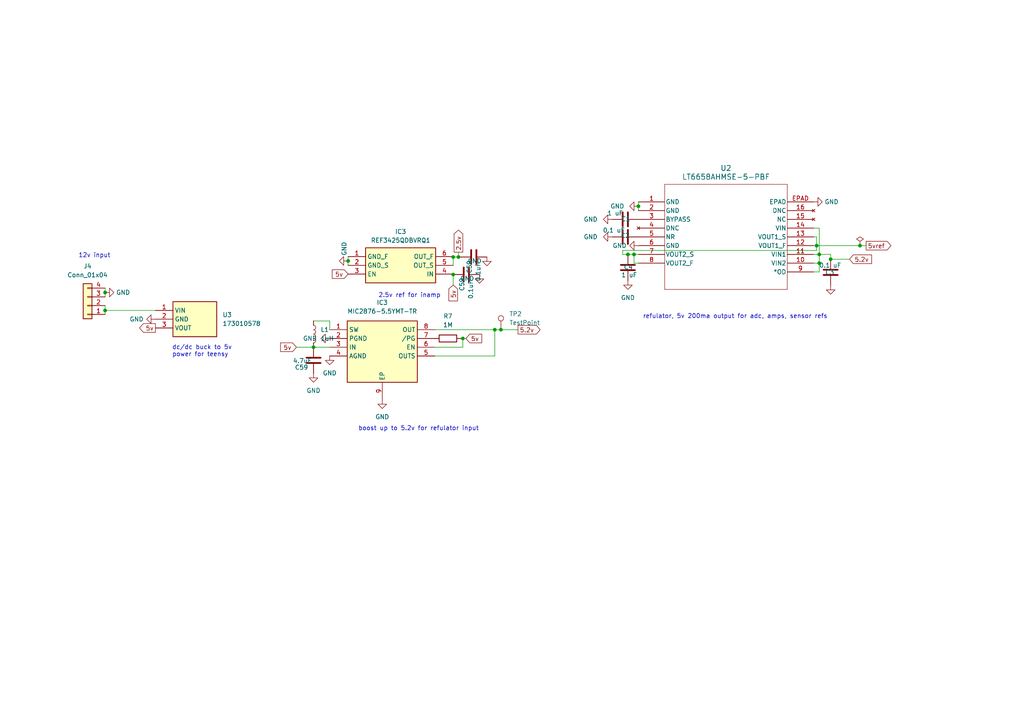
<source format=kicad_sch>
(kicad_sch (version 20230121) (generator eeschema)
  (paper "A4")
  (lib_symbols
    (symbol "Connector:TestPoint" (pin_numbers hide) (pin_names (offset 0.762) hide)
      (property "Reference" "TP" (at 0 6.858 0))
      (property "Value" "TestPoint" (at 0 5.08 0))
      (symbol "TestPoint_0_1"
        (circle (center 0 3.302) (radius 0.762))
      )
      (symbol "TestPoint_1_1"
        (pin passive line (at 0 0 90) (length 2.54) (name "1") (number "1"))
      )
    )
    (symbol "Connector_Generic:Conn_01x04" (pin_names (offset 1.016) hide)
      (property "Reference" "J" (at 0 5.08 0))
      (property "Value" "Conn_01x04" (at 0 -7.62 0))
      (symbol "Conn_01x04_1_1"
        (rectangle (start -1.27 -4.953) (end 0 -5.207) (stroke (width 0.1524)))
        (rectangle (start -1.27 -2.413) (end 0 -2.667) (stroke (width 0.1524)))
        (rectangle (start -1.27 0.127) (end 0 -0.127) (stroke (width 0.1524)))
        (rectangle (start -1.27 2.667) (end 0 2.413) (stroke (width 0.1524)))
        (rectangle (start -1.27 3.81) (end 1.27 -6.35) (stroke (width 0.254)) (fill (type background)))
        (pin passive line (at -5.08 2.54 0) (length 3.81) (name "Pin_1") (number "1"))
        (pin passive line (at -5.08 0 0) (length 3.81) (name "Pin_2") (number "2"))
        (pin passive line (at -5.08 -2.54 0) (length 3.81) (name "Pin_3") (number "3"))
        (pin passive line (at -5.08 -5.08 0) (length 3.81) (name "Pin_4") (number "4"))
      )
    )
    (symbol "Device:C" (pin_numbers hide) (pin_names (offset 0.254))
      (property "Reference" "C" (at 0.635 2.54 0))
      (property "Value" "C" (at 0.635 -2.54 0))
      (symbol "C_0_1"
        (polyline (pts (xy -2.032 -0.762) (xy 2.032 -0.762)) (stroke (width 0.508)))
        (polyline (pts (xy -2.032 0.762) (xy 2.032 0.762)) (stroke (width 0.508)))
      )
      (symbol "C_1_1"
        (pin passive line (at 0 3.81 270) (length 2.794) (name "~") (number "1"))
        (pin passive line (at 0 -3.81 90) (length 2.794) (name "~") (number "2"))
      )
    )
    (symbol "Device:L" (pin_numbers hide) (pin_names (offset 1.016) hide)
      (property "Reference" "L" (at -1.27 0 90))
      (property "Value" "L" (at 1.905 0 90))
      (symbol "L_0_1"
        (arc (start 0 -2.54) (mid 0.6323 -1.905) (end 0 -1.27))
        (arc (start 0 -1.27) (mid 0.6323 -0.635) (end 0 0))
        (arc (start 0 0) (mid 0.6323 0.635) (end 0 1.27))
        (arc (start 0 1.27) (mid 0.6323 1.905) (end 0 2.54))
      )
      (symbol "L_1_1"
        (pin passive line (at 0 3.81 270) (length 1.27) (name "1") (number "1"))
        (pin passive line (at 0 -3.81 90) (length 1.27) (name "2") (number "2"))
      )
    )
    (symbol "Device:R" (pin_numbers hide) (pin_names (offset 0))
      (property "Reference" "R" (at 2.032 0 90))
      (property "Value" "R" (at 0 0 90))
      (symbol "R_0_1"
        (rectangle (start -1.016 -2.54) (end 1.016 2.54) (stroke (width 0.254)))
      )
      (symbol "R_1_1"
        (pin passive line (at 0 3.81 270) (length 1.27) (name "~") (number "1"))
        (pin passive line (at 0 -3.81 90) (length 1.27) (name "~") (number "2"))
      )
    )
    (symbol "mainbox:173010578"
      (property "Reference" "U" (at 19.05 7.62 0))
      (property "Value" "173010578" (at 19.05 5.08 0))
      (symbol "173010578_1_1"
        (rectangle (start 5.08 2.54) (end 17.78 -7.62) (stroke (width 0.254)) (fill (type background)))
        (pin passive line (at 0 0 0) (length 5.08) (name "VIN") (number "1"))
        (pin passive line (at 0 -2.54 0) (length 5.08) (name "GND") (number "2"))
        (pin passive line (at 0 -5.08 0) (length 5.08) (name "VOUT") (number "3"))
      )
    )
    (symbol "mainbox:LT6658AHMSE-5-PBF" (pin_names (offset 0.254))
      (property "Reference" "U" (at 25.4 10.16 0))
      (property "Value" "LT6658AHMSE-5-PBF" (at 25.4 7.62 0))
      (symbol "LT6658AHMSE-5-PBF_0_1"
        (polyline (pts (xy 7.62 -25.4) (xy 43.18 -25.4)) (stroke (width 0.127)))
        (polyline (pts (xy 7.62 5.08) (xy 7.62 -25.4)) (stroke (width 0.127)))
        (polyline (pts (xy 43.18 -25.4) (xy 43.18 5.08)) (stroke (width 0.127)))
        (polyline (pts (xy 43.18 5.08) (xy 7.62 5.08)) (stroke (width 0.127)))
        (pin power_in line (at 0 0 0) (length 7.62) (name "GND") (number "1"))
        (pin input line (at 50.8 -17.78 180) (length 7.62) (name "VIN2") (number "10"))
        (pin input line (at 50.8 -15.24 180) (length 7.62) (name "VIN1") (number "11"))
        (pin output line (at 50.8 -12.7 180) (length 7.62) (name "VOUT1_F") (number "12"))
        (pin output line (at 50.8 -10.16 180) (length 7.62) (name "VOUT1_S") (number "13"))
        (pin input line (at 50.8 -7.62 180) (length 7.62) (name "VIN") (number "14"))
        (pin no_connect line (at 50.8 -5.08 180) (length 7.62) (name "NC") (number "15"))
        (pin no_connect line (at 50.8 -2.54 180) (length 7.62) (name "DNC") (number "16"))
        (pin power_in line (at 0 -2.54 0) (length 7.62) (name "GND") (number "2"))
        (pin unspecified line (at 0 -5.08 0) (length 7.62) (name "BYPASS") (number "3"))
        (pin no_connect line (at 0 -7.62 0) (length 7.62) (name "DNC") (number "4"))
        (pin unspecified line (at 0 -10.16 0) (length 7.62) (name "NR") (number "5"))
        (pin power_in line (at 0 -12.7 0) (length 7.62) (name "GND") (number "6"))
        (pin output line (at 0 -15.24 0) (length 7.62) (name "VOUT2_S") (number "7"))
        (pin output line (at 0 -17.78 0) (length 7.62) (name "VOUT2_F") (number "8"))
        (pin output line (at 50.8 -20.32 180) (length 7.62) (name "*OD") (number "9"))
        (pin unspecified line (at 50.8 0 180) (length 7.62) (name "EPAD") (number "EPAD"))
      )
    )
    (symbol "mainbox:MIC2876-5.5YMT-TR"
      (property "Reference" "IC" (at 26.67 7.62 0))
      (property "Value" "MIC2876-5.5YMT-TR" (at 26.67 5.08 0))
      (symbol "MIC2876-5.5YMT-TR_1_1"
        (rectangle (start 5.08 2.54) (end 25.4 -15.24) (stroke (width 0.254)) (fill (type background)))
        (pin passive line (at 0 0 0) (length 5.08) (name "SW") (number "1"))
        (pin passive line (at 0 -2.54 0) (length 5.08) (name "PGND") (number "2"))
        (pin passive line (at 0 -5.08 0) (length 5.08) (name "IN") (number "3"))
        (pin passive line (at 0 -7.62 0) (length 5.08) (name "AGND") (number "4"))
        (pin passive line (at 30.48 -7.62 180) (length 5.08) (name "OUTS") (number "5"))
        (pin passive line (at 30.48 -5.08 180) (length 5.08) (name "EN") (number "6"))
        (pin passive line (at 30.48 -2.54 180) (length 5.08) (name "/PG") (number "7"))
        (pin passive line (at 30.48 0 180) (length 5.08) (name "OUT") (number "8"))
        (pin passive line (at 15.24 -20.32 90) (length 5.08) (name "EP") (number "9"))
      )
    )
    (symbol "mainbox:REF3425QDBVRQ1"
      (property "Reference" "IC" (at 26.67 7.62 0))
      (property "Value" "REF3425QDBVRQ1" (at 26.67 5.08 0))
      (symbol "REF3425QDBVRQ1_1_1"
        (rectangle (start 5.08 2.54) (end 25.4 -7.62) (stroke (width 0.254)) (fill (type background)))
        (pin passive line (at 0 0 0) (length 5.08) (name "GND_F") (number "1"))
        (pin passive line (at 0 -2.54 0) (length 5.08) (name "GND_S") (number "2"))
        (pin passive line (at 0 -5.08 0) (length 5.08) (name "EN") (number "3"))
        (pin passive line (at 30.48 -5.08 180) (length 5.08) (name "IN") (number "4"))
        (pin passive line (at 30.48 -2.54 180) (length 5.08) (name "OUT_S") (number "5"))
        (pin passive line (at 30.48 0 180) (length 5.08) (name "OUT_F") (number "6"))
      )
    )
    (symbol "power:GND" (power) (pin_names (offset 0))
      (property "Value" "GND" (at 0 -3.81 0))
      (symbol "GND_0_1"
        (polyline (pts (xy 0 0) (xy 0 -1.27) (xy 1.27 -1.27) (xy 0 -2.54) (xy -1.27 -1.27) (xy 0 -1.27)))
      )
      (symbol "GND_1_1"
        (pin power_in line (at 0 0 270) (length 0) hide (name "GND") (number "1"))
      )
    )
    (symbol "power:PWR_FLAG" (power) (pin_numbers hide) (pin_names (offset 0) hide)
      (property "Value" "PWR_FLAG" (at 0 3.81 0))
      (symbol "PWR_FLAG_0_0"
        (pin power_out line (at 0 0 90) (length 0) (name "pwr") (number "1"))
      )
      (symbol "PWR_FLAG_0_1"
        (polyline (pts (xy 0 0) (xy 0 1.27) (xy -1.016 1.905) (xy 0 2.54) (xy 1.016 1.905) (xy 0 1.27)))
      )
    )
  )
  (junction (at 145.288 95.631))
  (junction (at 134.239 98.171))
  (junction (at 90.932 100.711))
  (junction (at 131.445 74.549))
  (junction (at 237.617 76.327))
  (junction (at 100.965 75.692))
  (junction (at 131.445 79.629))
  (junction (at 183.896 73.787))
  (junction (at 249.428 71.247))
  (junction (at 143.51 95.631))
  (junction (at 185.166 59.817))
  (junction (at 237.617 73.787))
  (junction (at 182.118 73.787))
  (junction (at 132.969 74.549))
  (junction (at 240.919 75.184))
  (junction (at 30.48 84.836))
  (junction (at 236.855 71.247))
  (junction (at 30.48 90.043))
  (wire (pts (xy 85.979 100.711) (xy 90.932 100.711)))
  (wire (pts (xy 249.428 71.247) (xy 251.206 71.247)))
  (wire (pts (xy 235.966 71.247) (xy 236.855 71.247)))
  (wire (pts (xy 180.594 73.787) (xy 182.118 73.787)))
  (wire (pts (xy 236.855 71.247) (xy 249.428 71.247)))
  (wire (pts (xy 100.965 74.422) (xy 100.965 75.692)))
  (wire (pts (xy 180.594 72.644) (xy 236.855 72.644)))
  (wire (pts (xy 180.594 73.787) (xy 180.594 72.644)))
  (wire (pts (xy 236.855 72.644) (xy 236.855 71.247)))
  (wire (pts (xy 134.239 100.711) (xy 126.111 100.711)))
  (wire (pts (xy 235.966 68.707) (xy 236.855 68.707)))
  (wire (pts (xy 240.919 73.787) (xy 240.919 75.184)))
  (wire (pts (xy 95.631 93.091) (xy 90.932 93.091)))
  (wire (pts (xy 240.919 75.184) (xy 246.38 75.184)))
  (wire (pts (xy 131.445 82.677) (xy 131.445 79.629)))
  (wire (pts (xy 30.48 88.646) (xy 30.48 90.043)))
  (wire (pts (xy 132.969 74.549) (xy 131.445 74.549)))
  (wire (pts (xy 236.855 68.707) (xy 236.855 71.247)))
  (wire (pts (xy 185.166 59.817) (xy 185.166 61.087)))
  (wire (pts (xy 237.617 78.867) (xy 237.617 76.327)))
  (wire (pts (xy 237.617 73.787) (xy 235.966 73.787)))
  (wire (pts (xy 143.51 95.631) (xy 143.51 103.251)))
  (wire (pts (xy 134.239 98.171) (xy 133.731 98.171)))
  (wire (pts (xy 185.166 58.547) (xy 185.166 59.817)))
  (wire (pts (xy 237.617 78.867) (xy 235.966 78.867)))
  (wire (pts (xy 90.932 100.711) (xy 95.631 100.711)))
  (wire (pts (xy 182.118 73.787) (xy 183.896 73.787)))
  (wire (pts (xy 185.166 76.327) (xy 183.896 76.327)))
  (wire (pts (xy 237.617 73.787) (xy 240.919 73.787)))
  (wire (pts (xy 237.617 76.327) (xy 237.617 73.787)))
  (wire (pts (xy 30.48 84.836) (xy 30.48 83.566)))
  (wire (pts (xy 126.111 95.631) (xy 143.51 95.631)))
  (wire (pts (xy 132.969 73.152) (xy 132.969 74.549)))
  (wire (pts (xy 131.445 74.422) (xy 131.445 74.549)))
  (wire (pts (xy 133.604 74.549) (xy 132.969 74.549)))
  (wire (pts (xy 135.128 98.171) (xy 134.239 98.171)))
  (wire (pts (xy 134.239 98.171) (xy 134.239 100.711)))
  (wire (pts (xy 145.288 95.631) (xy 150.241 95.631)))
  (wire (pts (xy 100.965 75.692) (xy 100.965 76.962)))
  (wire (pts (xy 131.445 74.549) (xy 131.445 76.962)))
  (wire (pts (xy 30.48 84.836) (xy 30.48 86.106)))
  (wire (pts (xy 237.617 73.787) (xy 237.617 66.167)))
  (wire (pts (xy 95.631 95.631) (xy 95.631 93.091)))
  (wire (pts (xy 237.617 66.167) (xy 235.966 66.167)))
  (wire (pts (xy 143.51 95.631) (xy 145.288 95.631)))
  (wire (pts (xy 143.51 103.251) (xy 126.111 103.251)))
  (wire (pts (xy 183.896 73.787) (xy 185.166 73.787)))
  (wire (pts (xy 30.48 90.043) (xy 30.48 91.186)))
  (wire (pts (xy 131.445 79.629) (xy 131.445 79.502)))
  (wire (pts (xy 30.48 90.043) (xy 45.085 90.043)))
  (wire (pts (xy 183.896 76.327) (xy 183.896 73.787)))
  (wire (pts (xy 237.617 76.327) (xy 235.966 76.327)))
  (text "refulator, 5v 200ma output for adc, amps, sensor refs" (at 186.436 92.583 0) (effects (font (size 1.27 1.27)) (justify left bottom)))
  (text "12v input" (at 22.733 74.93 0) (effects (font (size 1.27 1.27)) (justify left bottom)))
  (text "dc/dc buck to 5v\npower for teensy" (at 49.911 103.632 0) (effects (font (size 1.27 1.27)) (justify left bottom)))
  (text "2.5v ref for inamp" (at 109.728 86.487 0) (effects (font (size 1.27 1.27)) (justify left bottom)))
  (text "boost up to 5.2v for refulator input" (at 103.886 125.095 0) (effects (font (size 1.27 1.27)) (justify left bottom)))
  (global_label "2.5v" (shape output) (at 132.969 73.152 90) (property "Intersheetrefs" "${INTERSHEET_REFS}" (effects hide)))
  (global_label "5vref" (shape output) (at 251.206 71.247 0) (property "Intersheetrefs" "${INTERSHEET_REFS}" (effects hide)))
  (global_label "5v" (shape input) (at 135.128 98.171 0) (property "Intersheetrefs" "${INTERSHEET_REFS}" (effects hide)))
  (global_label "5v" (shape input) (at 85.979 100.711 180) (property "Intersheetrefs" "${INTERSHEET_REFS}" (effects hide)))
  (global_label "5v" (shape input) (at 131.445 82.677 270) (property "Intersheetrefs" "${INTERSHEET_REFS}" (effects hide)))
  (global_label "5v" (shape input) (at 100.965 79.502 180) (property "Intersheetrefs" "${INTERSHEET_REFS}" (effects hide)))
  (global_label "5.2v" (shape input) (at 246.38 75.184 0) (property "Intersheetrefs" "${INTERSHEET_REFS}" (effects hide)))
  (global_label "5.2v" (shape output) (at 150.241 95.631 0) (property "Intersheetrefs" "${INTERSHEET_REFS}" (effects hide)))
  (global_label "5v" (shape output) (at 45.085 95.123 180) (property "Intersheetrefs" "${INTERSHEET_REFS}" (effects hide)))
  (symbol (lib_id "power:PWR_FLAG") (at 249.428 71.247 0) (unit 1)
    (property "Reference" "#FLG01" (effects hide))
    (property "Value" "PWR_FLAG" (effects hide))
    (instances (project "mainbox" (path "" (reference "#FLG01") (unit 1)) (path "" (reference "#FLG05") (unit 1))) (project "rearbox" (path "" (reference "#FLG03") (unit 1))))
  )
  (symbol (lib_id "power:GND") (at 95.631 98.171 270) (unit 1)
    (property "Reference" "#PWR02" (effects hide))
    (property "Value" "GND" (at 91.948 98.171 90) (effects (justify right)))
    (instances (project "rearbox_peripheral_io_bottom" (path "" (reference "#PWR02") (unit 1))) (project "mainbox" (path "" (reference "#PWR082") (unit 1))) (project "rearbox" (path "" (reference "#PWR017") (unit 1)) (path "" (reference "#PWR021") (unit 1))) (project "peripheral_io_right_eth" (path "" (reference "#PWR01") (unit 1))))
  )
  (symbol (lib_id "Connector_Generic:Conn_01x04") (at 25.4 88.646 180) (unit 1)
    (property "Reference" "J4" (at 25.4 77.216 0))
    (property "Value" "Conn_01x04" (at 25.4 79.756 0))
    (property "Footprint" "wireless_strain_gauge_v2:SMD_picoblade_hori_1x04" (effects hide))
    (instances (project "rearbox_peripheral_io_bottom" (path "" (reference "J4") (unit 1))) (project "rearbox_peripheral_io_side" (path "" (reference "J1") (unit 1))) (project "rearbox" (path "" (reference "J2") (unit 1)) (path "" (reference "J2") (unit 1))))
  )
  (symbol (lib_id "Device:C") (at 240.919 78.994 0) (unit 1)
    (property "Reference" "C3" (at 240.665 78.994 0))
    (property "Value" "0.1 uF" (at 240.792 76.962 0))
    (property "Footprint" "Capacitor_SMD:C_0603_1608Metric" (effects hide))
    (instances (project "mainbox" (path "" (reference "C3") (unit 1)) (path "" (reference "C41") (unit 1))) (project "rearbox" (path "" (reference "C25") (unit 1))))
  )
  (symbol (lib_id "Device:C") (at 181.356 68.707 270) (unit 1)
    (property "Reference" "C2" (at 181.356 68.326 90))
    (property "Value" "0.1 uF" (at 178.054 66.802 90))
    (property "Footprint" "Capacitor_SMD:C_0603_1608Metric" (effects hide))
    (instances (project "mainbox" (path "" (reference "C2") (unit 1)) (path "" (reference "C39") (unit 1))) (project "rearbox" (path "" (reference "C13") (unit 1))))
  )
  (symbol (lib_id "power:GND") (at 30.48 84.836 90) (unit 1)
    (property "Reference" "#PWR02" (effects hide))
    (property "Value" "GND" (at 33.655 84.836 90) (effects (justify right)))
    (instances (project "rearbox_peripheral_io_bottom" (path "" (reference "#PWR02") (unit 1))) (project "rearbox" (path "" (reference "#PWR010") (unit 1)) (path "" (reference "#PWR010") (unit 1))) (project "peripheral_io_right_eth" (path "" (reference "#PWR01") (unit 1))))
  )
  (symbol (lib_id "power:GND") (at 185.166 71.247 270) (unit 1)
    (property "Reference" "#PWR02" (effects hide))
    (property "Value" "GND" (at 181.737 71.247 90) (effects (justify right)))
    (instances (project "mainbox" (path "" (reference "#PWR02") (unit 1)) (path "" (reference "#PWR056") (unit 1))) (project "rearbox" (path "" (reference "#PWR036") (unit 1))))
  )
  (symbol (lib_id "mainbox:173010578") (at 45.085 90.043 0) (unit 1)
    (property "Reference" "U3" (at 64.516 91.313 0) (effects (justify left)))
    (property "Value" "173010578" (at 64.516 93.853 0) (effects (justify left)))
    (property "Footprint" "mainboxfp:173010578" (effects hide))
    (property "Datasheet" "https://katalog.we-online.com/pm/datasheet/173010378.pdf" (effects hide))
    (property "Height" "8.5" (effects hide))
    (property "Mouser Part Number" "710-173010578" (effects hide))
    (property "Mouser Price/Stock" "https://www.mouser.co.uk/ProductDetail/Wurth-Elektronik/173010578?qs=%252BUQ4csG8RsfFs4nK53SHEg%3D%3D" (effects hide))
    (property "Manufacturer_Name" "Wurth Elektronik" (effects hide))
    (property "Manufacturer_Part_Number" "173010578" (effects hide))
  )
  (symbol (lib_id "power:GND") (at 240.919 82.804 0) (unit 1)
    (property "Reference" "#PWR05" (effects hide))
    (property "Value" "GND" (effects hide))
    (instances (project "mainbox" (path "" (reference "#PWR05") (unit 1)) (path "" (reference "#PWR058") (unit 1))) (project "rearbox" (path "" (reference "#PWR038") (unit 1))))
  )
  (symbol (lib_id "power:GND") (at 185.166 59.817 270) (unit 1)
    (property "Reference" "#PWR01" (effects hide))
    (property "Value" "GND" (at 181.102 59.817 90) (effects (justify right)))
    (instances (project "mainbox" (path "" (reference "#PWR01") (unit 1)) (path "" (reference "#PWR060") (unit 1))) (project "rearbox" (path "" (reference "#PWR035") (unit 1))))
  )
  (symbol (lib_id "Device:R") (at 129.921 98.171 90) (unit 1)
    (property "Reference" "R7" (at 129.921 91.694 90))
    (property "Value" "1M" (at 129.921 94.234 90))
    (property "Footprint" "Resistor_SMD:R_0603_1608Metric" (effects hide))
    (instances (project "mainbox" (path "" (reference "R7") (unit 1))) (project "rearbox" (path "" (reference "R15") (unit 1))))
  )
  (symbol (lib_id "power:GND") (at 110.871 115.951 0) (unit 1)
    (property "Reference" "#PWR02" (effects hide))
    (property "Value" "GND" (at 110.871 120.904 0))
    (instances (project "rearbox_peripheral_io_bottom" (path "" (reference "#PWR02") (unit 1))) (project "mainbox" (path "" (reference "#PWR070") (unit 1))) (project "rearbox" (path "" (reference "#PWR017") (unit 1)) (path "" (reference "#PWR041") (unit 1))) (project "peripheral_io_right_eth" (path "" (reference "#PWR01") (unit 1))))
  )
  (symbol (lib_id "power:GND") (at 45.085 92.583 270) (unit 1)
    (property "Reference" "#PWR02" (effects hide))
    (property "Value" "GND" (at 41.656 92.583 90) (effects (justify right)))
    (instances (project "rearbox_peripheral_io_bottom" (path "" (reference "#PWR02") (unit 1))) (project "rearbox" (path "" (reference "#PWR016") (unit 1)) (path "" (reference "#PWR017") (unit 1))) (project "peripheral_io_right_eth" (path "" (reference "#PWR01") (unit 1))))
  )
  (symbol (lib_id "Device:C") (at 181.356 63.627 270) (unit 1)
    (property "Reference" "C1" (at 181.483 63.5 90))
    (property "Value" "1 uF" (at 178.435 61.849 90))
    (property "Footprint" "Capacitor_SMD:C_0603_1608Metric" (effects hide))
    (instances (project "mainbox" (path "" (reference "C1") (unit 1)) (path "" (reference "C38") (unit 1))) (project "rearbox" (path "" (reference "C12") (unit 1))))
  )
  (symbol (lib_id "mainbox:REF3425QDBVRQ1") (at 100.965 74.422 0) (unit 1)
    (property "Reference" "IC3" (at 116.205 67.183 0))
    (property "Value" "REF3425QDBVRQ1" (at 116.205 69.723 0))
    (property "Footprint" "mainboxfp:SOT95P280X145-6N" (effects hide))
    (property "Datasheet" "http://www.ti.com/lit/gpn/REF34-Q1" (effects hide))
    (property "Height" "1.45" (effects hide))
    (property "Mouser Part Number" "595-REF3425QDBVRQ1" (effects hide))
    (property "Mouser Price/Stock" "https://www.mouser.co.uk/ProductDetail/Texas-Instruments/REF3425QDBVRQ1?qs=byeeYqUIh0PPHbjoW1bAYw%3D%3D" (effects hide))
    (property "Manufacturer_Name" "Texas Instruments" (effects hide))
    (property "Manufacturer_Part_Number" "REF3425QDBVRQ1" (effects hide))
  )
  (symbol (lib_id "power:GND") (at 182.118 81.407 0) (unit 1)
    (property "Reference" "#PWR08" (effects hide))
    (property "Value" "GND" (at 182.118 86.36 0))
    (instances (project "mainbox" (path "" (reference "#PWR08") (unit 1)) (path "" (reference "#PWR055") (unit 1))) (project "rearbox" (path "" (reference "#PWR034") (unit 1))))
  )
  (symbol (lib_id "Device:C") (at 135.255 79.629 90) (unit 1)
    (property "Reference" "C59" (at 133.985 84.455 0) (effects (justify left)))
    (property "Value" "0.1uF" (at 136.525 86.741 0) (effects (justify left)))
    (property "Footprint" "Capacitor_SMD:C_0603_1608Metric" (effects hide))
    (instances (project "mainbox" (path "" (reference "C59") (unit 1))) (project "Magnetic" (path "" (reference "C3") (unit 1))) (project "rearbox" (path "" (reference "C25") (unit 1)) (path "" (reference "C9") (unit 1))))
  )
  (symbol (lib_id "Connector:TestPoint") (at 145.288 95.631 0) (unit 1)
    (property "Reference" "TP2" (at 147.701 91.059 0) (effects (justify left)))
    (property "Value" "TestPoint" (at 147.701 93.599 0) (effects (justify left)))
    (property "Footprint" "TestPoint:TestPoint_Pad_1.5x1.5mm" (effects hide))
    (instances (project "mainbox" (path "" (reference "TP2") (unit 1))) (project "rearbox" (path "" (reference "TP1") (unit 1))))
  )
  (symbol (lib_id "mainbox:MIC2876-5.5YMT-TR") (at 95.631 95.631 0) (unit 1)
    (property "Reference" "IC3" (at 110.871 87.757 0))
    (property "Value" "MIC2876-5.5YMT-TR" (at 110.871 90.297 0))
    (property "Footprint" "mainboxfp:SON50P200X200X60-9N-D" (effects hide))
    (property "Datasheet" "http://www.microchip.com/mymicrochip/filehandler.aspx?ddocname=en580787" (effects hide))
    (property "Height" "0.6" (effects hide))
    (property "Mouser Part Number" "998-MIC2876-AYMTT5" (effects hide))
    (property "Mouser Price/Stock" "https://www.mouser.co.uk/ProductDetail/Microchip-Technology-Micrel/MIC2876-AYMT-T5?qs=Y3Q3JoKAO1SruyMlvzsx%2Fw%3D%3D" (effects hide))
    (property "Manufacturer_Name" "Microchip" (effects hide))
    (property "Manufacturer_Part_Number" "MIC2876-AYMT-T5" (effects hide))
    (instances (project "mainbox" (path "" (reference "IC3") (unit 1))) (project "rearbox" (path "" (reference "IC4") (unit 1))))
  )
  (symbol (lib_id "power:GND") (at 90.932 108.331 0) (unit 1)
    (property "Reference" "#PWR02" (effects hide))
    (property "Value" "GND" (at 90.932 113.284 0))
    (instances (project "rearbox_peripheral_io_bottom" (path "" (reference "#PWR02") (unit 1))) (project "mainbox" (path "" (reference "#PWR050") (unit 1))) (project "rearbox" (path "" (reference "#PWR017") (unit 1)) (path "" (reference "#PWR020") (unit 1))) (project "peripheral_io_right_eth" (path "" (reference "#PWR01") (unit 1))))
  )
  (symbol (lib_id "Device:C") (at 137.414 74.549 90) (unit 1)
    (property "Reference" "C59" (at 136.144 79.375 0) (effects (justify left)))
    (property "Value" "0.1uF" (at 138.684 81.661 0) (effects (justify left)))
    (property "Footprint" "Capacitor_SMD:C_0603_1608Metric" (effects hide))
    (instances (project "mainbox" (path "" (reference "C59") (unit 1))) (project "Magnetic" (path "" (reference "C3") (unit 1))) (project "rearbox" (path "" (reference "C24") (unit 1)) (path "" (reference "C10") (unit 1))))
  )
  (symbol (lib_id "Device:C") (at 90.932 104.521 180) (unit 1)
    (property "Reference" "C59" (at 89.408 106.553 0) (effects (justify left)))
    (property "Value" "4.7uF" (at 90.424 104.648 0) (effects (justify left)))
    (property "Footprint" "Capacitor_SMD:C_0603_1608Metric" (effects hide))
    (instances (project "mainbox" (path "" (reference "C59") (unit 1)) (path "" (reference "C63") (unit 1))) (project "Magnetic" (path "" (reference "C3") (unit 1))) (project "rearbox" (path "" (reference "C9") (unit 1)) (path "" (reference "C11") (unit 1))))
  )
  (symbol (lib_id "power:GND") (at 141.224 74.549 0) (unit 1)
    (property "Reference" "#PWR09" (effects hide))
    (property "Value" "GND" (at 137.668 75.692 0))
    (instances (project "mainbox" (path "" (reference "#PWR09") (unit 1)) (path "" (reference "#PWR068") (unit 1))) (project "rearbox" (path "" (reference "#PWR035") (unit 1)) (path "" (reference "#PWR019") (unit 1))))
  )
  (symbol (lib_id "power:GND") (at 177.546 63.627 270) (unit 1)
    (property "Reference" "#PWR03" (effects hide))
    (property "Value" "GND" (at 173.355 63.627 90) (effects (justify right)))
    (instances (project "mainbox" (path "" (reference "#PWR03") (unit 1)) (path "" (reference "#PWR053") (unit 1))) (project "rearbox" (path "" (reference "#PWR022") (unit 1))))
  )
  (symbol (lib_id "Device:C") (at 182.118 77.597 0) (unit 1)
    (property "Reference" "C4" (at 182.245 77.47 0))
    (property "Value" "1 uF" (at 182.499 79.756 0))
    (property "Footprint" "Capacitor_SMD:C_0603_1608Metric" (effects hide))
    (instances (project "mainbox" (path "" (reference "C4") (unit 1)) (path "" (reference "C40") (unit 1))) (project "rearbox" (path "" (reference "C24") (unit 1))))
  )
  (symbol (lib_id "power:GND") (at 235.966 58.547 90) (unit 1)
    (property "Reference" "#PWR06" (effects hide))
    (property "Value" "GND" (at 239.141 58.547 90) (effects (justify right)))
    (instances (project "mainbox" (path "" (reference "#PWR06") (unit 1)) (path "" (reference "#PWR057") (unit 1))) (project "rearbox" (path "" (reference "#PWR037") (unit 1))))
  )
  (symbol (lib_id "Device:L") (at 90.932 96.901 0) (unit 1)
    (property "Reference" "L1" (at 92.964 95.631 0) (effects (justify left)))
    (property "Value" "1uH" (at 92.964 98.171 0) (effects (justify left)))
    (property "Footprint" "Inductor_SMD:L_1210_3225Metric" (effects hide))
  )
  (symbol (lib_id "power:GND") (at 177.546 68.707 270) (unit 1)
    (property "Reference" "#PWR04" (effects hide))
    (property "Value" "GND" (at 173.355 68.707 90) (effects (justify right)))
    (instances (project "mainbox" (path "" (reference "#PWR04") (unit 1)) (path "" (reference "#PWR054") (unit 1))) (project "rearbox" (path "" (reference "#PWR023") (unit 1))))
  )
  (symbol (lib_id "power:GND") (at 139.065 79.629 0) (unit 1)
    (property "Reference" "#PWR09" (effects hide))
    (property "Value" "GND" (at 135.509 80.772 0))
    (instances (project "mainbox" (path "" (reference "#PWR09") (unit 1)) (path "" (reference "#PWR068") (unit 1))) (project "rearbox" (path "" (reference "#PWR036") (unit 1)) (path "" (reference "#PWR018") (unit 1))))
  )
  (symbol (lib_id "power:GND") (at 100.965 75.692 270) (unit 1)
    (property "Reference" "#PWR09" (effects hide))
    (property "Value" "GND" (at 99.822 72.136 0))
    (instances (project "mainbox" (path "" (reference "#PWR09") (unit 1)) (path "" (reference "#PWR068") (unit 1))) (project "rearbox" (path "" (reference "#PWR034") (unit 1)) (path "" (reference "#PWR016") (unit 1))))
  )
  (symbol (lib_id "mainbox:LT6658AHMSE-5-PBF") (at 185.166 58.547 0) (unit 1)
    (property "Reference" "U2" (at 210.566 48.768 0) (effects (font (size 1.524 1.524))))
    (property "Value" "LT6658AHMSE-5-PBF" (at 210.566 51.308 0) (effects (font (size 1.524 1.524))))
    (property "Footprint" "mainboxfp:MSE_16_ADI" (effects hide))
    (property "Datasheet" "LT6658AHMSE-5-PBF" (effects hide))
    (instances (project "mainbox" (path "" (reference "U2") (unit 1)) (path "" (reference "U8") (unit 1))) (project "rearbox" (path "" (reference "U5") (unit 1))))
  )
  (symbol (lib_id "power:GND") (at 95.631 103.251 0) (unit 1)
    (property "Reference" "#PWR02" (effects hide))
    (property "Value" "GND" (at 95.631 108.204 0))
    (instances (project "rearbox_peripheral_io_bottom" (path "" (reference "#PWR02") (unit 1))) (project "mainbox" (path "" (reference "#PWR081") (unit 1))) (project "rearbox" (path "" (reference "#PWR017") (unit 1)) (path "" (reference "#PWR040") (unit 1))) (project "peripheral_io_right_eth" (path "" (reference "#PWR01") (unit 1))))
  )
)
</source>
